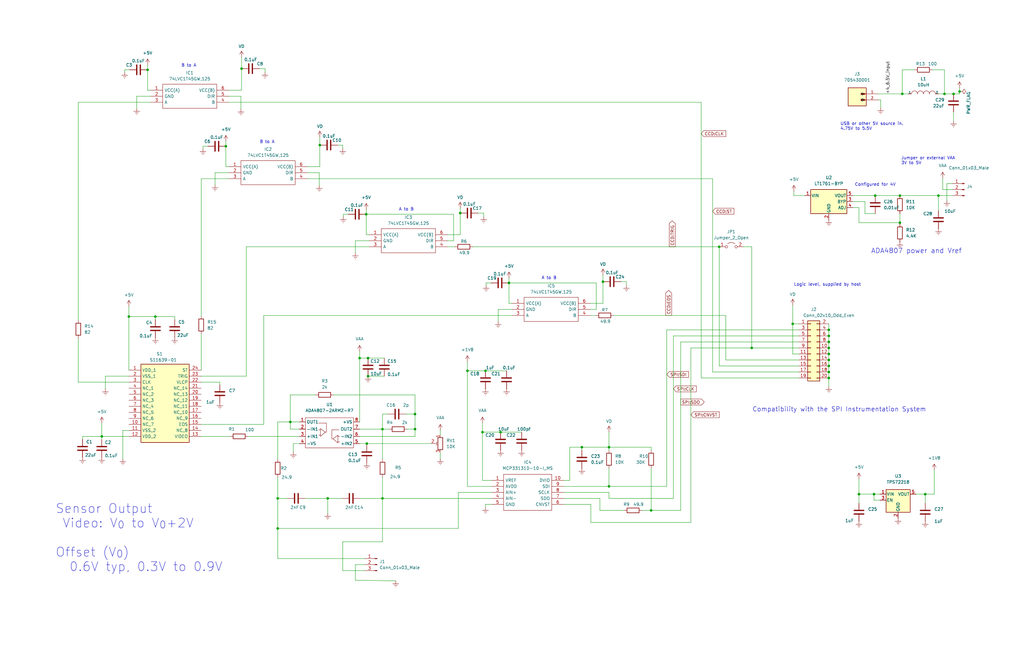
<source format=kicad_sch>
(kicad_sch (version 20211123) (generator eeschema)
  (paper "B")
  (title_block (title "S11639-01 Sensor Board with SPI interface") (date "2024-03-14") (rev "0.2") (company "Mitchell C Nelson, PhD  (C) 2023, 2024"))
  (junction (at 349.504 144.272))
  (junction (at 62.23 29.464))
  (junction (at 256.794 188.722))
  (junction (at 117.094 210.312))
  (junction (at 349.504 154.432))
  (junction (at 161.29 210.312))
  (junction (at 203.454 182.372))
  (junction (at 65.532 133.604))
  (junction (at 349.504 159.512))
  (junction (at 245.364 188.722))
  (junction (at 316.992 146.812))
  (junction (at 155.194 158.75))
  (junction (at 349.504 149.352))
  (junction (at 42.926 184.15))
  (junction (at 369.062 82.55))
  (junction (at 101.854 28.956))
  (junction (at 334.264 136.652))
  (junction (at 154.432 90.424))
  (junction (at 349.504 139.192))
  (junction (at 368.554 208.534))
  (junction (at 214.63 119.38))
  (junction (at 380.492 39.624))
  (junction (at 349.504 141.732))
  (junction (at 204.724 156.464))
  (junction (at 256.794 205.232))
  (junction (at 402.082 39.624))
  (junction (at 211.074 182.372))
  (junction (at 54.356 133.604))
  (junction (at 134.874 61.214))
  (junction (at 175.006 174.752))
  (junction (at 155.194 151.13))
  (junction (at 197.104 156.464))
  (junction (at 379.476 93.98))
  (junction (at 362.204 208.534))
  (junction (at 390.144 208.534))
  (junction (at 404.622 38.608))
  (junction (at 254.254 118.872))
  (junction (at 117.094 223.012))
  (junction (at 398.272 39.624))
  (junction (at 151.638 151.13))
  (junction (at 303.276 104.14))
  (junction (at 349.504 156.972))
  (junction (at 274.574 215.392))
  (junction (at 194.056 89.916))
  (junction (at 349.504 151.892))
  (junction (at 154.686 187.198))
  (junction (at 161.29 181.102))
  (junction (at 175.006 181.102))
  (junction (at 395.732 82.55))
  (junction (at 349.504 146.812))
  (junction (at 379.476 82.55))
  (junction (at 122.428 178.054))
  (junction (at 138.176 210.312))
  (junction (at 95.25 61.722))
  (wire (pts (xy 97.028 184.15) (xy 84.836 184.15)))
  (wire (pts (xy 364.744 85.09) (xy 364.744 90.17)))
  (wire (pts (xy 369.062 82.55) (xy 379.476 82.55)))
  (wire (pts (xy 128.778 210.312) (xy 138.176 210.312)))
  (wire (pts (xy 197.104 156.464) (xy 204.724 156.464)))
  (wire (pts (xy 85.598 62.738) (xy 85.598 61.722)))
  (wire (pts (xy 191.77 104.14) (xy 188.722 104.14)))
  (wire (pts (xy 207.264 212.852) (xy 204.724 212.852)))
  (wire (pts (xy 248.92 130.556) (xy 251.46 130.556)))
  (wire (pts (xy 295.656 43.18) (xy 295.656 159.512)))
  (wire (pts (xy 96.52 43.18) (xy 295.656 43.18)))
  (wire (pts (xy 371.348 45.466) (xy 371.348 42.164)))
  (wire (pts (xy 129.54 72.898) (xy 134.62 72.898)))
  (wire (pts (xy 248.92 128.016) (xy 254.254 128.016)))
  (wire (pts (xy 62.23 27.432) (xy 62.23 29.464)))
  (wire (pts (xy 261.874 118.872) (xy 264.16 118.872)))
  (wire (pts (xy 54.356 129.286) (xy 54.356 133.604)))
  (wire (pts (xy 204.978 119.38) (xy 207.01 119.38)))
  (wire (pts (xy 111.252 133.096) (xy 215.9 133.096)))
  (wire (pts (xy 44.45 164.084) (xy 44.45 158.75)))
  (wire (pts (xy 274.574 188.722) (xy 274.574 189.992)))
  (wire (pts (xy 291.338 146.812) (xy 316.992 146.812)))
  (wire (pts (xy 185.674 193.548) (xy 185.674 191.008)))
  (wire (pts (xy 84.836 75.438) (xy 84.836 133.35)))
  (wire (pts (xy 122.428 166.624) (xy 122.428 178.054)))
  (wire (pts (xy 390.144 208.534) (xy 390.144 212.344)))
  (wire (pts (xy 270.764 215.392) (xy 274.574 215.392)))
  (wire (pts (xy 54.356 161.29) (xy 33.02 161.29)))
  (wire (pts (xy 117.094 178.054) (xy 122.428 178.054)))
  (wire (pts (xy 199.39 104.14) (xy 303.276 104.14)))
  (wire (pts (xy 65.532 133.604) (xy 54.356 133.604)))
  (wire (pts (xy 154.686 187.198) (xy 181.864 187.198)))
  (wire (pts (xy 256.794 197.612) (xy 256.794 205.232)))
  (wire (pts (xy 336.804 149.352) (xy 334.264 149.352)))
  (wire (pts (xy 117.094 193.802) (xy 117.094 178.054)))
  (wire (pts (xy 144.272 210.312) (xy 138.176 210.312)))
  (wire (pts (xy 359.664 87.63) (xy 362.204 87.63)))
  (wire (pts (xy 117.094 223.012) (xy 193.294 223.012)))
  (wire (pts (xy 188.722 99.06) (xy 194.056 99.06)))
  (wire (pts (xy 313.436 104.14) (xy 316.992 104.14)))
  (wire (pts (xy 194.056 87.884) (xy 194.056 89.916)))
  (wire (pts (xy 155.702 101.6) (xy 149.86 101.6)))
  (wire (pts (xy 336.804 136.652) (xy 334.264 136.652)))
  (wire (pts (xy 254.254 118.872) (xy 254.254 128.016)))
  (wire (pts (xy 370.332 39.624) (xy 380.492 39.624)))
  (wire (pts (xy 95.25 59.69) (xy 95.25 61.722)))
  (wire (pts (xy 126.238 184.15) (xy 104.648 184.15)))
  (wire (pts (xy 204.978 120.396) (xy 204.978 119.38)))
  (wire (pts (xy 101.854 24.13) (xy 101.854 28.956)))
  (wire (pts (xy 215.9 130.556) (xy 210.058 130.556)))
  (wire (pts (xy 362.204 208.534) (xy 362.204 212.344)))
  (wire (pts (xy 151.892 210.312) (xy 161.29 210.312)))
  (wire (pts (xy 249.174 220.472) (xy 291.338 220.472)))
  (wire (pts (xy 256.794 188.722) (xy 256.794 189.992)))
  (wire (pts (xy 33.02 142.748) (xy 33.02 161.29)))
  (wire (pts (xy 364.744 90.17) (xy 369.062 90.17)))
  (wire (pts (xy 151.638 148.336) (xy 151.638 151.13)))
  (wire (pts (xy 90.678 72.898) (xy 90.678 77.978)))
  (wire (pts (xy 393.954 198.374) (xy 393.954 208.534)))
  (wire (pts (xy 334.264 149.352) (xy 334.264 136.652)))
  (wire (pts (xy 203.454 182.372) (xy 211.074 182.372)))
  (wire (pts (xy 395.732 39.624) (xy 398.272 39.624)))
  (wire (pts (xy 379.476 93.98) (xy 379.476 94.488)))
  (wire (pts (xy 256.794 188.722) (xy 256.794 182.372)))
  (wire (pts (xy 303.276 154.432) (xy 336.804 154.432)))
  (wire (pts (xy 240.284 202.692) (xy 237.744 202.692)))
  (wire (pts (xy 155.194 158.75) (xy 162.052 158.75)))
  (wire (pts (xy 33.02 43.18) (xy 33.02 135.128)))
  (wire (pts (xy 63.5 40.64) (xy 57.658 40.64)))
  (wire (pts (xy 398.272 29.464) (xy 398.272 39.624)))
  (wire (pts (xy 349.504 159.512) (xy 349.504 163.068)))
  (wire (pts (xy 379.476 82.55) (xy 395.732 82.55)))
  (wire (pts (xy 57.658 40.64) (xy 57.658 45.72)))
  (wire (pts (xy 197.104 205.232) (xy 207.264 205.232)))
  (wire (pts (xy 300.482 156.972) (xy 336.804 156.972)))
  (wire (pts (xy 204.724 156.464) (xy 213.614 156.464)))
  (wire (pts (xy 336.804 141.732) (xy 283.972 141.732)))
  (wire (pts (xy 210.058 130.556) (xy 210.058 135.636)))
  (wire (pts (xy 95.25 70.358) (xy 96.52 70.358)))
  (wire (pts (xy 111.252 133.096) (xy 111.252 179.07)))
  (wire (pts (xy 73.66 133.604) (xy 65.532 133.604)))
  (wire (pts (xy 404.622 37.084) (xy 404.622 38.608)))
  (wire (pts (xy 237.744 212.852) (xy 249.174 212.852)))
  (wire (pts (xy 51.816 193.548) (xy 51.816 181.61)))
  (wire (pts (xy 402.082 39.624) (xy 404.622 39.624)))
  (wire (pts (xy 144.78 91.44) (xy 144.78 90.424)))
  (wire (pts (xy 154.432 90.424) (xy 154.432 99.06)))
  (wire (pts (xy 334.772 80.772) (xy 334.772 82.55)))
  (wire (pts (xy 395.732 82.55) (xy 395.732 88.9)))
  (wire (pts (xy 151.638 181.102) (xy 161.29 181.102)))
  (wire (pts (xy 144.526 228.6) (xy 161.29 228.6)))
  (wire (pts (xy 380.492 39.624) (xy 383.032 39.624)))
  (wire (pts (xy 399.288 77.47) (xy 399.288 84.582)))
  (wire (pts (xy 151.638 151.13) (xy 155.194 151.13)))
  (wire (pts (xy 316.992 104.14) (xy 316.992 146.812)))
  (wire (pts (xy 161.29 174.752) (xy 161.29 181.102)))
  (wire (pts (xy 303.276 104.14) (xy 303.276 154.432)))
  (wire (pts (xy 379.476 90.17) (xy 379.476 93.98)))
  (wire (pts (xy 95.25 61.722) (xy 95.25 70.358)))
  (wire (pts (xy 144.78 90.424) (xy 146.812 90.424)))
  (wire (pts (xy 256.794 210.312) (xy 283.972 210.312)))
  (wire (pts (xy 194.056 89.916) (xy 194.056 99.06)))
  (wire (pts (xy 103.886 104.14) (xy 103.886 158.75)))
  (wire (pts (xy 274.574 215.392) (xy 287.02 215.392)))
  (wire (pts (xy 161.29 181.102) (xy 164.084 181.102)))
  (wire (pts (xy 161.29 228.6) (xy 161.29 210.312)))
  (wire (pts (xy 380.492 29.464) (xy 380.492 39.624)))
  (wire (pts (xy 371.348 42.164) (xy 370.332 42.164)))
  (wire (pts (xy 122.428 181.102) (xy 122.428 178.054)))
  (wire (pts (xy 96.52 75.438) (xy 84.836 75.438)))
  (wire (pts (xy 362.204 208.534) (xy 368.554 208.534)))
  (wire (pts (xy 52.578 30.48) (xy 52.578 29.464)))
  (wire (pts (xy 144.526 61.214) (xy 144.526 62.738)))
  (wire (pts (xy 245.364 188.722) (xy 245.364 189.992)))
  (wire (pts (xy 385.572 29.464) (xy 380.492 29.464)))
  (wire (pts (xy 251.46 119.38) (xy 214.63 119.38)))
  (wire (pts (xy 154.432 88.392) (xy 154.432 90.424)))
  (wire (pts (xy 256.794 207.772) (xy 256.794 210.312)))
  (wire (pts (xy 339.344 82.55) (xy 334.772 82.55)))
  (wire (pts (xy 111.76 28.956) (xy 111.76 30.48)))
  (wire (pts (xy 397.51 75.184) (xy 397.51 80.01)))
  (wire (pts (xy 349.504 146.812) (xy 349.504 149.352)))
  (wire (pts (xy 151.638 187.198) (xy 154.686 187.198)))
  (wire (pts (xy 359.664 82.55) (xy 369.062 82.55)))
  (wire (pts (xy 151.638 184.15) (xy 175.006 184.15)))
  (wire (pts (xy 161.29 201.422) (xy 161.29 210.312)))
  (wire (pts (xy 300.482 75.438) (xy 300.482 156.972)))
  (wire (pts (xy 154.432 99.06) (xy 155.702 99.06)))
  (wire (pts (xy 34.798 184.15) (xy 34.798 185.42)))
  (wire (pts (xy 129.54 70.358) (xy 134.874 70.358)))
  (wire (pts (xy 171.704 181.102) (xy 175.006 181.102)))
  (wire (pts (xy 240.284 188.722) (xy 245.364 188.722)))
  (wire (pts (xy 96.52 40.64) (xy 101.6 40.64)))
  (wire (pts (xy 122.428 178.054) (xy 126.238 178.054)))
  (wire (pts (xy 349.504 136.652) (xy 349.504 139.192)))
  (wire (pts (xy 203.454 202.692) (xy 203.454 182.372)))
  (wire (pts (xy 386.334 208.534) (xy 390.144 208.534)))
  (wire (pts (xy 197.104 156.464) (xy 197.104 205.232)))
  (wire (pts (xy 237.744 207.772) (xy 256.794 207.772)))
  (wire (pts (xy 390.144 208.534) (xy 393.954 208.534)))
  (wire (pts (xy 203.962 89.916) (xy 203.962 91.44)))
  (wire (pts (xy 149.86 244.856) (xy 166.878 245.11)))
  (wire (pts (xy 163.576 174.752) (xy 161.29 174.752)))
  (wire (pts (xy 245.364 188.722) (xy 256.794 188.722)))
  (wire (pts (xy 62.23 29.464) (xy 62.23 38.1)))
  (wire (pts (xy 397.51 80.01) (xy 401.574 80.01)))
  (wire (pts (xy 42.926 178.562) (xy 42.926 184.15)))
  (wire (pts (xy 138.176 210.312) (xy 138.176 216.662)))
  (wire (pts (xy 101.854 28.956) (xy 101.854 38.1)))
  (wire (pts (xy 144.526 240.792) (xy 144.526 228.6)))
  (wire (pts (xy 193.294 207.772) (xy 207.264 207.772)))
  (wire (pts (xy 84.836 179.07) (xy 111.252 179.07)))
  (wire (pts (xy 393.192 29.464) (xy 398.272 29.464)))
  (wire (pts (xy 349.504 151.892) (xy 349.504 154.432)))
  (wire (pts (xy 258.826 133.096) (xy 306.07 133.096)))
  (wire (pts (xy 295.656 159.512) (xy 336.804 159.512)))
  (wire (pts (xy 188.722 101.6) (xy 191.262 101.6)))
  (wire (pts (xy 256.794 188.722) (xy 274.574 188.722)))
  (wire (pts (xy 237.744 205.232) (xy 256.794 205.232)))
  (wire (pts (xy 153.924 238.252) (xy 149.86 238.252)))
  (wire (pts (xy 306.07 151.892) (xy 336.804 151.892)))
  (wire (pts (xy 161.29 181.102) (xy 161.29 193.802)))
  (wire (pts (xy 197.104 152.654) (xy 197.104 156.464)))
  (wire (pts (xy 274.574 197.612) (xy 274.574 215.392)))
  (wire (pts (xy 84.836 161.29) (xy 92.71 161.29)))
  (wire (pts (xy 153.924 235.712) (xy 117.094 235.712)))
  (wire (pts (xy 109.474 28.956) (xy 111.76 28.956)))
  (wire (pts (xy 52.578 29.464) (xy 54.61 29.464)))
  (wire (pts (xy 171.196 174.752) (xy 175.006 174.752)))
  (wire (pts (xy 117.094 201.422) (xy 117.094 210.312)))
  (wire (pts (xy 306.07 133.096) (xy 306.07 151.892)))
  (wire (pts (xy 191.262 90.424) (xy 154.432 90.424)))
  (wire (pts (xy 117.094 235.712) (xy 117.094 223.012)))
  (wire (pts (xy 96.52 38.1) (xy 101.854 38.1)))
  (wire (pts (xy 251.46 130.556) (xy 251.46 119.38)))
  (wire (pts (xy 161.29 210.312) (xy 207.264 210.312)))
  (wire (pts (xy 287.02 144.272) (xy 287.02 215.392)))
  (wire (pts (xy 54.356 133.604) (xy 54.356 156.21)))
  (wire (pts (xy 34.798 184.15) (xy 42.926 184.15)))
  (wire (pts (xy 291.338 146.812) (xy 291.338 220.472)))
  (wire (pts (xy 214.63 117.348) (xy 214.63 119.38)))
  (wire (pts (xy 240.284 188.722) (xy 240.284 202.692)))
  (wire (pts (xy 149.86 101.6) (xy 149.86 106.68)))
  (wire (pts (xy 191.262 101.6) (xy 191.262 90.424)))
  (wire (pts (xy 149.86 238.252) (xy 149.86 244.856)))
  (wire (pts (xy 283.972 141.732) (xy 283.972 210.312)))
  (wire (pts (xy 316.992 146.812) (xy 336.804 146.812)))
  (wire (pts (xy 249.174 212.852) (xy 249.174 220.472)))
  (wire (pts (xy 368.554 211.074) (xy 368.554 208.534)))
  (wire (pts (xy 154.686 187.198) (xy 154.686 187.706)))
  (wire (pts (xy 204.724 212.852) (xy 204.724 214.122)))
  (wire (pts (xy 349.504 149.352) (xy 349.504 151.892)))
  (wire (pts (xy 281.178 139.192) (xy 281.178 205.232)))
  (wire (pts (xy 281.178 139.192) (xy 336.804 139.192)))
  (wire (pts (xy 349.504 144.272) (xy 349.504 146.812)))
  (wire (pts (xy 334.264 128.778) (xy 334.264 136.652)))
  (wire (pts (xy 126.238 181.102) (xy 122.428 181.102)))
  (wire (pts (xy 65.532 133.604) (xy 65.532 134.874)))
  (wire (pts (xy 96.52 72.898) (xy 90.678 72.898)))
  (wire (pts (xy 142.494 61.214) (xy 144.526 61.214)))
  (wire (pts (xy 42.926 184.15) (xy 42.926 185.42)))
  (wire (pts (xy 84.836 140.97) (xy 84.836 156.21)))
  (wire (pts (xy 129.54 75.438) (xy 300.482 75.438)))
  (wire (pts (xy 362.204 93.98) (xy 379.476 93.98)))
  (wire (pts (xy 214.63 128.016) (xy 215.9 128.016)))
  (wire (pts (xy 153.924 240.792) (xy 144.526 240.792)))
  (wire (pts (xy 101.6 40.64) (xy 101.6 45.974)))
  (wire (pts (xy 42.926 184.15) (xy 54.356 184.15)))
  (wire (pts (xy 92.71 161.29) (xy 92.71 162.306)))
  (wire (pts (xy 175.006 166.624) (xy 175.006 174.752)))
  (wire (pts (xy 201.676 89.916) (xy 203.962 89.916)))
  (wire (pts (xy 256.794 205.232) (xy 281.178 205.232)))
  (wire (pts (xy 51.816 181.61) (xy 54.356 181.61)))
  (wire (pts (xy 134.874 57.912) (xy 134.874 61.214)))
  (wire (pts (xy 84.836 158.75) (xy 103.886 158.75)))
  (wire (pts (xy 336.804 144.272) (xy 287.02 144.272)))
  (wire (pts (xy 252.984 210.312) (xy 252.984 215.392)))
  (wire (pts (xy 404.622 38.608) (xy 404.622 39.624)))
  (wire (pts (xy 207.264 202.692) (xy 203.454 202.692)))
  (wire (pts (xy 395.732 82.55) (xy 401.574 82.55)))
  (wire (pts (xy 123.698 187.198) (xy 126.238 187.198)))
  (wire (pts (xy 151.638 151.13) (xy 151.638 178.054)))
  (wire (pts (xy 133.096 166.624) (xy 122.428 166.624)))
  (wire (pts (xy 85.598 61.722) (xy 87.63 61.722)))
  (wire (pts (xy 368.554 208.534) (xy 371.094 208.534)))
  (wire (pts (xy 155.702 104.14) (xy 103.886 104.14)))
  (wire (pts (xy 155.194 151.13) (xy 162.052 151.13)))
  (wire (pts (xy 349.504 156.972) (xy 349.504 159.512)))
  (wire (pts (xy 398.272 39.624) (xy 402.082 39.624)))
  (wire (pts (xy 401.574 77.47) (xy 399.288 77.47)))
  (wire (pts (xy 134.62 72.898) (xy 134.62 78.232)))
  (wire (pts (xy 123.698 190.754) (xy 123.698 187.198)))
  (wire (pts (xy 371.094 211.074) (xy 368.554 211.074)))
  (wire (pts (xy 362.204 202.184) (xy 362.204 208.534)))
  (wire (pts (xy 349.504 141.732) (xy 349.504 144.272)))
  (wire (pts (xy 185.674 181.61) (xy 185.674 183.388)))
  (wire (pts (xy 117.094 210.312) (xy 121.158 210.312)))
  (wire (pts (xy 214.63 119.38) (xy 214.63 128.016)))
  (wire (pts (xy 362.204 87.63) (xy 362.204 93.98)))
  (wire (pts (xy 251.206 133.096) (xy 248.92 133.096)))
  (wire (pts (xy 175.006 181.102) (xy 175.006 184.15)))
  (wire (pts (xy 264.16 118.872) (xy 264.16 120.396)))
  (wire (pts (xy 140.716 166.624) (xy 175.006 166.624)))
  (wire (pts (xy 252.984 215.392) (xy 263.144 215.392)))
  (wire (pts (xy 117.094 210.312) (xy 117.094 223.012)))
  (wire (pts (xy 402.082 47.244) (xy 402.082 51.054)))
  (wire (pts (xy 203.454 178.562) (xy 203.454 182.372)))
  (wire (pts (xy 73.66 133.604) (xy 73.66 134.874)))
  (wire (pts (xy 254.254 116.078) (xy 254.254 118.872)))
  (wire (pts (xy 63.5 43.18) (xy 33.02 43.18)))
  (wire (pts (xy 349.504 139.192) (xy 349.504 141.732)))
  (wire (pts (xy 211.074 182.372) (xy 219.964 182.372)))
  (wire (pts (xy 237.744 210.312) (xy 252.984 210.312)))
  (wire (pts (xy 134.874 61.214) (xy 134.874 70.358)))
  (wire (pts (xy 62.23 38.1) (xy 63.5 38.1)))
  (wire (pts (xy 44.45 158.75) (xy 54.356 158.75)))
  (wire (pts (xy 349.504 154.432) (xy 349.504 156.972)))
  (wire (pts (xy 175.006 174.752) (xy 175.006 181.102)))
  (wire (pts (xy 193.294 207.772) (xy 193.294 223.012)))
  (wire (pts (xy 359.664 85.09) (xy 364.744 85.09)))
  (text "B to A" (at 76.454 28.448 0) (effects (font (size 1.27 1.27)) (justify left bottom)))
  (text "USB or other 5V source in.\n4.75V to 5.5V" (at 354.33 55.118 0) (effects (font (size 1.27 1.27)) (justify left bottom)))
  (text "A to B" (at 168.148 89.154 0) (effects (font (size 1.27 1.27)) (justify left bottom)))
  (text "Compatibility with the SPI Instrumentation System" (at 317.246 173.99 0) (effects (font (size 1.905 1.905)) (justify left bottom)))
  (text "A to B" (at 228.346 118.11 0) (effects (font (size 1.27 1.27)) (justify left bottom)))
  (text "Logic level, supplied by host" (at 334.772 120.904 0) (effects (font (size 1.27 1.27)) (justify left bottom)))
  (text "Jumper or external VAA\n3V to 5V" (at 379.984 69.596 0) (effects (font (size 1.27 1.27)) (justify left bottom)))
  (text "B to A" (at 109.474 60.706 0) (effects (font (size 1.27 1.27)) (justify left bottom)))
  (text "Configured for 4V" (at 360.426 78.74 0) (effects (font (size 1.27 1.27)) (justify left bottom)))
  (text "ADA4807 power and Vref" (at 367.284 107.188 0) (effects (font (size 2.032 2.032)) (justify left bottom)))
  (text "Sensor Output\n Video: V_{0} to V_{0}+2V\n\nOffset (V_{0})\n  0.6V typ, 0.3V to 0.9V\n" (at 23.368 241.554 0) (effects (font (size 3.81 3.81)) (justify left bottom)))
  (label "+4_6.5V_input" (at 375.412 39.624 90))
  (global_label "CCD:CLK" (shape input) (at 295.656 56.388 0) (property "Intersheet References" "${INTERSHEET_REFS}" (effects hide)))
  (global_label "SPI:SDO" (shape output) (at 287.02 169.672 0) (property "Intersheet References" "${INTERSHEET_REFS}" (effects hide)))
  (global_label "CCD:ST" (shape input) (at 300.482 89.154 0) (property "Intersheet References" "${INTERSHEET_REFS}" (effects hide)))
  (global_label "CCD:EOS" (shape output) (at 281.94 133.096 90) (property "Intersheet References" "${INTERSHEET_REFS}" (effects hide)))
  (global_label "SPI:CLK" (shape input) (at 283.972 164.084 0) (property "Intersheet References" "${INTERSHEET_REFS}" (effects hide)))
  (global_label "CCD:TRIG" (shape output) (at 283.464 104.14 90) (property "Intersheet References" "${INTERSHEET_REFS}" (effects hide)))
  (global_label "SPI:CNVST" (shape input) (at 291.338 175.006 0) (property "Intersheet References" "${INTERSHEET_REFS}" (effects hide)))
  (global_label "SPI:SDI" (shape input) (at 281.178 157.988 0) (property "Intersheet References" "${INTERSHEET_REFS}" (effects hide)))
  (symbol (lib_id "Device:C") (at 148.082 210.312 270) (unit 1)
    (property "Reference" "C14" (at 149.3521 214.122 90) (effects (justify left)))
    (property "Value" "2nF" (at 145.542 214.122 90) (effects (justify left)))
    (property "Footprint" "Capacitor_SMD:C_0603_1608Metric" (effects hide))
    (property "Digikey" "311-1743-1-ND" (effects hide))
    (property "Description" "CAP CER 2000PF 50V C0G/NPO 0603" (effects hide))
  )
  (symbol (lib_id "power:Earth") (at 44.45 164.084 0) (mirror y) (unit 1)
    (property "Reference" "#PWR04" (effects hide))
    (property "Value" "Earth" (effects hide))
  )
  (symbol (lib_id "power:Earth") (at 90.678 77.978 0) (unit 1)
    (property "Reference" "#PWR013" (effects hide))
    (property "Value" "Earth" (effects hide))
  )
  (symbol (lib_id "power:Earth") (at 57.658 45.72 0) (unit 1)
    (property "Reference" "#PWR08" (effects hide))
    (property "Value" "Earth" (effects hide))
  )
  (symbol (lib_id "power:VAA") (at 185.674 181.61 0) (unit 1)
    (property "Reference" "#PWR031" (effects hide))
    (property "Value" "VAA" (at 185.674 176.276 0))
  )
  (symbol (lib_id "Device:R") (at 161.29 197.612 0) (unit 1)
    (property "Reference" "R5" (at 167.894 197.358 0))
    (property "Value" "24.9" (at 166.624 201.168 0))
    (property "Footprint" "Resistor_SMD:R_0603_1608Metric" (effects hide))
    (property "Description" "RES 24.9 OHM 1% 1/8W 0603" (effects hide))
    (property "Digikey" "2019-RK73H1JTTD24R9FCT-ND" (effects hide))
  )
  (symbol (lib_id "power:Earth") (at 101.6 45.974 0) (unit 1)
    (property "Reference" "#PWR016" (effects hide))
    (property "Value" "Earth" (effects hide))
  )
  (symbol (lib_id "Device:R") (at 266.954 215.392 90) (unit 1)
    (property "Reference" "R9" (at 264.16 212.852 90))
    (property "Value" "49.9" (at 269.24 212.852 90))
    (property "Footprint" "Resistor_SMD:R_0603_1608Metric" (effects hide))
    (property "Description" "RES 49.9 OHM 1% 1/10W 0603" (effects hide))
    (property "Digikey" "RMCF0603FT49R9CT-ND" (effects hide))
  )
  (symbol (lib_id "Device:C") (at 213.614 160.274 0) (mirror y) (unit 1)
    (property "Reference" "C21" (at 211.074 157.734 0) (effects (justify left)))
    (property "Value" "0.1uF" (at 217.424 155.194 0) (effects (justify left)))
    (property "Footprint" "Capacitor_SMD:C_0603_1608Metric" (effects hide))
    (property "Digikey" "445-5666-1-ND" (effects hide))
    (property "Description" "CAP CER 0.1UF 50V X7R 0603" (effects hide))
  )
  (symbol (lib_id "power:+5V") (at 95.25 59.69 0) (mirror y) (unit 1)
    (property "Reference" "#PWR015" (effects hide))
    (property "Value" "+5V" (at 95.25 54.61 0))
  )
  (symbol (lib_id "power:+1V8") (at 393.954 198.374 0) (unit 1)
    (property "Reference" "#PWR059" (effects hide))
    (property "Value" "+1V8" (at 393.954 193.294 0))
  )
  (symbol (lib_id "power:Earth") (at 51.816 193.548 0) (mirror y) (unit 1)
    (property "Reference" "#PWR05" (effects hide))
    (property "Value" "Earth" (effects hide))
  )
  (symbol (lib_id "power:Earth") (at 245.364 197.612 0) (unit 1)
    (property "Reference" "#PWR045" (effects hide))
    (property "Value" "Earth" (effects hide))
  )
  (symbol (lib_id "Regulator_Linear:LT1761-BYP") (at 349.504 85.09 0) (unit 1)
    (property "Reference" "U2" (at 349.504 74.93 0))
    (property "Value" "LT1761-BYP" (at 349.504 77.47 0))
    (property "Footprint" "Package_TO_SOT_SMD:TSOT-23-5" (effects hide))
    (property "Datasheet" "https://www.analog.com/media/en/technical-documentation/data-sheets/1761sff.pdf" (effects hide))
    (property "Digikey" "505-LT1761ES5-BYP#TRMPBFCT-ND" (effects hide))
    (property "Desciption" "IC REG LIN POS ADJ 100MA TSOT23" (effects hide))
  )
  (symbol (lib_id "power:Earth") (at 362.204 219.964 0) (mirror y) (unit 1)
    (property "Reference" "#PWR054" (effects hide))
    (property "Value" "Earth" (effects hide))
  )
  (symbol (lib_id "Device:R") (at 274.574 193.802 0) (unit 1)
    (property "Reference" "R10" (at 269.494 192.532 0) (effects (justify left)))
    (property "Value" "30K" (at 268.224 195.072 0) (effects (justify left)))
    (property "Footprint" "Resistor_SMD:R_0603_1608Metric" (effects hide))
    (property "Description" "RES 30K OHM 1% 1/10W 0603" (effects hide))
    (property "Digikey" "311-30.0KHRCT-ND" (effects hide))
  )
  (symbol (lib_id "power:Earth") (at 204.724 214.122 0) (mirror y) (unit 1)
    (property "Reference" "#PWR038" (effects hide))
    (property "Value" "Earth" (effects hide))
  )
  (symbol (lib_id "S11639-01:S11639-01") (at 54.356 156.21 0) (unit 1)
    (property "Reference" "S1" (at 67.31 149.352 0))
    (property "Value" "S11639-01" (at 68.834 151.892 0))
    (property "Footprint" "Package_DIP:DIP-24_W10.16mm_Socket" (effects hide))
    (property "Manufacturer_Name" "Hamamatsu" (effects hide))
    (property "Manufacturer_Part_Number" "S11639-01" (effects hide))
    (property "Accessory Part" "ED3424-ND" (effects hide))
  )
  (symbol (lib_id "power:+5V") (at 154.432 88.392 0) (mirror y) (unit 1)
    (property "Reference" "#PWR027" (effects hide))
    (property "Value" "+5V" (at 154.432 83.312 0))
  )
  (symbol (lib_id "power:VAA") (at 203.454 178.562 0) (unit 1)
    (property "Reference" "#PWR035" (effects hide))
    (property "Value" "VAA" (at 203.454 173.228 0))
  )
  (symbol (lib_id "Device:C") (at 210.82 119.38 270) (mirror x) (unit 1)
    (property "Reference" "C19" (at 205.486 117.348 90) (effects (justify left)))
    (property "Value" "0.1uF" (at 208.026 115.57 90) (effects (justify left)))
    (property "Footprint" "Capacitor_SMD:C_0603_1608Metric" (effects hide))
    (property "Digikey" "445-5666-1-ND" (effects hide))
    (property "Description" "CAP CER 0.1UF 50V X7R 0603" (effects hide))
  )
  (symbol (lib_id "power:Earth") (at 204.978 120.396 0) (unit 1)
    (property "Reference" "#PWR039" (effects hide))
    (property "Value" "Earth" (effects hide))
  )
  (symbol (lib_id "Device:C") (at 395.732 92.71 0) (mirror y) (unit 1)
    (property "Reference" "C28" (at 393.192 90.17 0) (effects (justify left)))
    (property "Value" "10uF" (at 403.098 89.154 0) (effects (justify left)))
    (property "Footprint" "Capacitor_SMD:C_0603_1608Metric" (effects hide))
    (property "Digikey" "490-18214-1-ND" (effects hide))
    (property "Description" "CAP CER 10UF 25V X5R 0603" (effects hide))
  )
  (symbol (lib_id "power:+5V") (at 42.926 178.562 0) (unit 1)
    (property "Reference" "#PWR02" (effects hide))
    (property "Value" "+5V" (at 42.926 173.736 0))
  )
  (symbol (lib_id "power:Earth") (at 379.476 102.108 0) (mirror y) (unit 1)
    (property "Reference" "#PWR057" (effects hide))
    (property "Value" "Earth" (effects hide))
  )
  (symbol (lib_id "power:Earth") (at 123.698 190.754 0) (mirror y) (unit 1)
    (property "Reference" "#PWR019" (effects hide))
    (property "Value" "Earth" (effects hide))
  )
  (symbol (lib_id "power:Earth") (at 166.878 245.11 0) (mirror y) (unit 1)
    (property "Reference" "#PWR030" (effects hide))
    (property "Value" "Earth" (effects hide))
  )
  (symbol (lib_id "Device:R") (at 136.906 166.624 90) (unit 1)
    (property "Reference" "R3" (at 136.906 160.782 90))
    (property "Value" "2k" (at 136.906 163.322 90))
    (property "Footprint" "Resistor_SMD:R_0603_1608Metric" (effects hide))
    (property "Description" "RES SMD 2K OHM 0.1% 1/10W 0603" (effects hide))
    (property "Digikey" "P2.0KDBCT-ND" (effects hide))
  )
  (symbol (lib_id "power:Earth") (at 52.578 30.48 0) (unit 1)
    (property "Reference" "#PWR06" (effects hide))
    (property "Value" "Earth" (effects hide))
  )
  (symbol (lib_id "Device:R") (at 255.016 133.096 90) (unit 1)
    (property "Reference" "R7" (at 255.016 130.81 90))
    (property "Value" "49.9" (at 255.27 135.636 90))
    (property "Footprint" "Resistor_SMD:R_0603_1608Metric" (effects hide))
    (property "Description" "RES 49.9 OHM 1% 1/10W 0603" (effects hide))
    (property "Digikey" "RMCF0603FT49R9CT-ND" (effects hide))
  )
  (symbol (lib_id "power:+5V") (at 214.63 117.348 0) (mirror y) (unit 1)
    (property "Reference" "#PWR043" (effects hide))
    (property "Value" "+5V" (at 214.63 112.268 0))
  )
  (symbol (lib_id "power:VD") (at 334.264 128.778 0) (unit 1)
    (property "Reference" "#PWR049" (effects hide))
    (property "Value" "VD" (at 334.264 124.206 0))
  )
  (symbol (lib_id "Connector_Generic:Conn_02x10_Odd_Even") (at 341.884 146.812 0) (unit 1)
    (property "Reference" "J2" (at 343.154 130.556 0))
    (property "Value" "Conn_02x10_Odd_Even" (at 349.504 133.096 0))
    (property "Footprint" "Connector_PinHeader_2.54mm:PinHeader_2x10_P2.54mm_Vertical" (effects hide))
    (property "Digikey" "3M156308-20-ND" (effects hide))
    (property "Description" "CONN HEADER VERT 20POS 2.54MM" (effects hide))
  )
  (symbol (lib_id "power:Earth") (at 203.962 91.44 0) (mirror y) (unit 1)
    (property "Reference" "#PWR036" (effects hide))
    (property "Value" "Earth" (effects hide))
  )
  (symbol (lib_id "power:+5V") (at 54.356 129.286 0) (unit 1)
    (property "Reference" "#PWR07" (effects hide))
    (property "Value" "+5V" (at 54.356 124.46 0))
  )
  (symbol (lib_id "Connector:Conn_01x03_Male") (at 159.004 238.252 0) (mirror y) (unit 1)
    (property "Reference" "J1" (at 160.02 236.9819 0) (effects (justify right)))
    (property "Value" "Conn_01x03_Male" (at 160.02 239.5219 0) (effects (justify right)))
    (property "Footprint" "Connector_PinHeader_2.54mm:PinHeader_1x03_P2.54mm_Vertical" (effects hide))
    (property "Digikey" "3M156268-03-ND" (effects hide))
    (property "Description" "CONN HEADER VERT 3POS 2.54MM" (effects hide))
    (property "Accessory Part" "SAM10725-ND" (effects hide))
  )
  (symbol (lib_id "Device:C") (at 65.532 138.684 0) (mirror y) (unit 1)
    (property "Reference" "C4" (at 64.262 136.144 0) (effects (justify left)))
    (property "Value" "0.1uF" (at 64.262 141.732 0) (effects (justify left)))
    (property "Footprint" "Capacitor_SMD:C_0603_1608Metric" (effects hide))
    (property "Digikey" "445-5666-1-ND" (effects hide))
    (property "Description" "CAP CER 0.1UF 50V X7R 0603" (effects hide))
  )
  (symbol (lib_id "power:Earth") (at 42.926 193.04 0) (mirror y) (unit 1)
    (property "Reference" "#PWR03" (effects hide))
    (property "Value" "Earth" (effects hide))
  )
  (symbol (lib_id "74LVC1T45GW_125:74LVC1T45GW,125") (at 155.702 99.06 0) (unit 1)
    (property "Reference" "IC3" (at 172.212 91.694 0))
    (property "Value" "74LVC1T45GW,125" (at 172.212 94.234 0))
    (property "Footprint" "74VLC1T45GW_125:SOT65P210X110-6N" (effects hide))
    (property "Datasheet" "https://assets.nexperia.com/documents/data-sheet/74LVC_LVCH1T45.pdf" (effects hide))
    (property "Description" "74LVC1T45; 74LVCH1T45 - Dual supply translating transceiver; 3-state@en-us" (effects hide))
    (property "Height" "1.1" (effects hide))
    (property "Manufacturer_Name" "Nexperia" (effects hide))
    (property "Manufacturer_Part_Number" "74LVC1T45GW,125" (effects hide))
    (property "Digikey" "1727-4560-1-ND" (effects hide))
  )
  (symbol (lib_id "power:Earth") (at 34.798 193.04 0) (mirror y) (unit 1)
    (property "Reference" "#PWR01" (effects hide))
    (property "Value" "Earth" (effects hide))
  )
  (symbol (lib_id "Device:R") (at 117.094 197.612 0) (unit 1)
    (property "Reference" "R2" (at 119.634 197.612 0))
    (property "Value" "24.9" (at 120.904 201.422 0))
    (property "Footprint" "Resistor_SMD:R_0603_1608Metric" (effects hide))
    (property "Description" "RES 24.9 OHM 1% 1/8W 0603" (effects hide))
    (property "Digikey" "2019-RK73H1JTTD24R9FCT-ND" (effects hide))
  )
  (symbol (lib_id "705430001:705430001") (at 365.252 39.624 0) (mirror y) (unit 1)
    (property "Reference" "J3" (at 361.442 31.242 0))
    (property "Value" "705430001" (at 361.442 33.782 0))
    (property "Footprint" "MOLEX_705430001" (effects hide))
    (property "PARTREV" "M1" (effects hide))
    (property "STANDARD" "Manufacturer Recommendations" (effects hide))
    (property "MAXIMUM_PACKAGE_HEIGHT" "11.81 mm" (effects hide))
    (property "MANUFACTURER" "Molex" (effects hide))
    (property "Description" "CONN HEADER VERT 2POS 2.54MM" (effects hide))
    (property "Digikey" "WM4800-ND" (effects hide))
    (property "Manufacturer Part number" "0705430001" (effects hide))
  )
  (symbol (lib_id "power:Earth") (at 371.348 45.466 0) (unit 1)
    (property "Reference" "#PWR055" (effects hide))
    (property "Value" "Earth" (effects hide))
  )
  (symbol (lib_id "Device:R") (at 167.894 181.102 90) (unit 1)
    (property "Reference" "R4" (at 164.338 178.308 90))
    (property "Value" "2k" (at 170.688 178.308 90))
    (property "Footprint" "Resistor_SMD:R_0603_1608Metric" (effects hide))
    (property "Description" "RES SMD 2K OHM 0.1% 1/10W 0603" (effects hide))
    (property "Digikey" "P2.0KDBCT-ND" (effects hide))
  )
  (symbol (lib_id "power:Earth") (at 390.144 219.964 0) (mirror y) (unit 1)
    (property "Reference" "#PWR058" (effects hide))
    (property "Value" "Earth" (effects hide))
  )
  (symbol (lib_id "power:Earth") (at 65.532 142.494 0) (unit 1)
    (property "Reference" "#PWR010" (effects hide))
    (property "Value" "Earth" (effects hide))
  )
  (symbol (lib_id "Device:C") (at 150.622 90.424 270) (mirror x) (unit 1)
    (property "Reference" "C11" (at 145.288 88.392 90) (effects (justify left)))
    (property "Value" "0.1uF" (at 147.828 86.614 90) (effects (justify left)))
    (property "Footprint" "Capacitor_SMD:C_0603_1608Metric" (effects hide))
    (property "Digikey" "445-5666-1-ND" (effects hide))
    (property "Description" "CAP CER 0.1UF 50V X7R 0603" (effects hide))
  )
  (symbol (lib_id "power:Earth") (at 154.686 195.326 0) (mirror y) (unit 1)
    (property "Reference" "#PWR029" (effects hide))
    (property "Value" "Earth" (effects hide))
  )
  (symbol (lib_id "power:Earth") (at 73.66 142.494 0) (unit 1)
    (property "Reference" "#PWR011" (effects hide))
    (property "Value" "Earth" (effects hide))
  )
  (symbol (lib_id "Device:R") (at 195.58 104.14 90) (unit 1)
    (property "Reference" "R6" (at 195.58 101.854 90))
    (property "Value" "49.9" (at 195.834 106.68 90))
    (property "Footprint" "Resistor_SMD:R_0603_1608Metric" (effects hide))
    (property "Description" "RES 49.9 OHM 1% 1/10W 0603" (effects hide))
    (property "Digikey" "RMCF0603FT49R9CT-ND" (effects hide))
  )
  (symbol (lib_id "power:PWR_FLAG") (at 404.622 38.608 270) (unit 1)
    (property "Reference" "#FLG01" (effects hide))
    (property "Value" "PWR_FLAG" (at 408.432 38.6079 0) (effects (justify left)))
  )
  (symbol (lib_id "power:VAA") (at 397.51 75.184 0) (unit 1)
    (property "Reference" "#PWR061" (effects hide))
    (property "Value" "VAA" (at 397.51 69.85 0))
  )
  (symbol (lib_id "power:VD") (at 194.056 87.884 0) (unit 1)
    (property "Reference" "#PWR033" (effects hide))
    (property "Value" "VD" (at 194.056 83.312 0))
  )
  (symbol (lib_id "Device:R") (at 389.382 29.464 90) (unit 1)
    (property "Reference" "R13" (at 388.112 26.924 90))
    (property "Value" "100" (at 393.192 26.924 90))
    (property "Footprint" "Resistor_SMD:R_0603_1608Metric" (effects hide))
    (property "Description" "RES 100 OHM 1% 1/8W 0603" (effects hide))
    (property "Digikey" "RNCP0603FTD100RCT-ND" (effects hide))
  )
  (symbol (lib_id "Device:C") (at 34.798 189.23 0) (unit 1)
    (property "Reference" "C1" (at 36.322 186.436 0) (effects (justify left)))
    (property "Value" "22uF" (at 35.814 192.024 0) (effects (justify left)))
    (property "Footprint" "Capacitor_SMD:C_0805_2012Metric" (effects hide))
    (property "Digikey" "311-1903-1-ND" (effects hide))
    (property "Description" "CAP CER 22UF 25V X5R 0805" (effects hide))
  )
  (symbol (lib_id "power:Earth") (at 264.16 120.396 0) (mirror y) (unit 1)
    (property "Reference" "#PWR048" (effects hide))
    (property "Value" "Earth" (effects hide))
  )
  (symbol (lib_id "power:Earth") (at 402.082 51.054 0) (mirror y) (unit 1)
    (property "Reference" "#PWR063" (effects hide))
    (property "Value" "Earth" (effects hide))
  )
  (symbol (lib_id "power:Earth") (at 138.176 216.662 0) (mirror y) (unit 1)
    (property "Reference" "#PWR024" (effects hide))
    (property "Value" "Earth" (effects hide))
  )
  (symbol (lib_id "power:Earth") (at 213.614 164.084 0) (mirror y) (unit 1)
    (property "Reference" "#PWR042" (effects hide))
    (property "Value" "Earth" (effects hide))
  )
  (symbol (lib_id "Device:R") (at 100.838 184.15 90) (unit 1)
    (property "Reference" "R1" (at 99.06 181.102 90) (effects (justify left)))
    (property "Value" "100" (at 107.188 181.356 90) (effects (justify left)))
    (property "Footprint" "Resistor_SMD:R_0603_1608Metric" (effects hide))
    (property "Description" "RES 100 OHM 1% 1/8W 0603" (effects hide))
    (property "Digikey" "RNCP0603FTD100RCT-ND" (effects hide))
  )
  (symbol (lib_id "Device:C") (at 167.386 174.752 90) (unit 1)
    (property "Reference" "C16" (at 164.846 170.942 90))
    (property "Value" "2p" (at 171.196 170.942 90))
    (property "Footprint" "Capacitor_SMD:C_0603_1608Metric" (effects hide))
    (property "Description" "CAP CER 2PF 50V C0G/NPO 0603" (effects hide))
    (property "Digikey" "311-3827-1-ND" (effects hide))
  )
  (symbol (lib_id "Device:C") (at 362.204 216.154 0) (unit 1)
    (property "Reference" "C25" (at 366.014 214.8839 0) (effects (justify left)))
    (property "Value" "1uF" (at 356.362 219.71 0) (effects (justify left)))
    (property "Footprint" "Capacitor_SMD:C_0603_1608Metric" (effects hide))
    (property "Digikey" "490-10673-1-ND" (effects hide))
    (property "Description" "CAP CER 1UF 25V X7R 0603" (effects hide))
  )
  (symbol (lib_id "power:Earth") (at 155.194 158.75 0) (mirror y) (unit 1)
    (property "Reference" "#PWR028" (effects hide))
    (property "Value" "Earth" (effects hide))
  )
  (symbol (lib_id "74LVC1T45GW_125:74LVC1T45GW,125") (at 96.52 70.358 0) (unit 1)
    (property "Reference" "IC2" (at 113.03 62.992 0))
    (property "Value" "74LVC1T45GW,125" (at 113.03 65.532 0))
    (property "Footprint" "74VLC1T45GW_125:SOT65P210X110-6N" (effects hide))
    (property "Datasheet" "https://assets.nexperia.com/documents/data-sheet/74LVC_LVCH1T45.pdf" (effects hide))
    (property "Description" "74LVC1T45; 74LVCH1T45 - Dual supply translating transceiver; 3-state@en-us" (effects hide))
    (property "Height" "1.1" (effects hide))
    (property "Manufacturer_Name" "Nexperia" (effects hide))
    (property "Manufacturer_Part_Number" "74LVC1T45GW,125" (effects hide))
    (property "Digikey" "1727-4560-1-ND" (effects hide))
  )
  (symbol (lib_id "Device:R_Potentiometer_Trim") (at 185.674 187.198 0) (mirror y) (unit 1)
    (property "Reference" "RV1" (at 188.214 185.9279 0) (effects (justify right)))
    (property "Value" "10K" (at 188.214 188.4679 0) (effects (justify right)))
    (property "Footprint" "BournsTrimPot_3296W-1-502LF:TRIM_3296W-1-502LF" (effects hide))
    (property "Description" "TRIMMER 10K OHM 0.5W PC PIN TOP" (effects hide))
    (property "Digikey" "3296W-103LF-ND" (effects hide))
  )
  (symbol (lib_id "Device:C") (at 211.074 186.182 0) (mirror y) (unit 1)
    (property "Reference" "C20" (at 208.534 183.642 0) (effects (justify left)))
    (property "Value" "10uF" (at 214.884 181.102 0) (effects (justify left)))
    (property "Footprint" "Capacitor_SMD:C_0603_1608Metric" (effects hide))
    (property "Digikey" "490-18214-1-ND" (effects hide))
    (property "Description" "CAP CER 10UF 25V X5R 0603" (effects hide))
  )
  (symbol (lib_id "power:+5V") (at 362.204 202.184 0) (mirror y) (unit 1)
    (property "Reference" "#PWR053" (effects hide))
    (property "Value" "+5V" (at 362.204 197.104 0))
  )
  (symbol (lib_id "Regulator_Linear:TPS72218") (at 378.714 211.074 0) (unit 1)
    (property "Reference" "U3" (at 378.714 200.914 0))
    (property "Value" "TPS72218" (at 378.714 203.454 0))
    (property "Footprint" "Package_TO_SOT_SMD:SOT-23-5" (effects hide))
    (property "Datasheet" "http://www.ti.com/lit/ds/symlink/tps722.pdf" (effects hide))
    (property "Digikey" "296-12523-1-ND" (effects hide))
    (property "Description" ".18V linear regulator" (effects hide))
  )
  (symbol (lib_id "power:Earth") (at 210.058 135.636 0) (unit 1)
    (property "Reference" "#PWR040" (effects hide))
    (property "Value" "Earth" (effects hide))
  )
  (symbol (lib_id "power:+5V") (at 334.772 80.772 0) (mirror y) (unit 1)
    (property "Reference" "#PWR051" (effects hide))
    (property "Value" "+5V" (at 334.772 75.692 0))
  )
  (symbol (lib_id "Device:C") (at 58.42 29.464 270) (mirror x) (unit 1)
    (property "Reference" "C3" (at 53.086 27.432 90) (effects (justify left)))
    (property "Value" "0.1uF" (at 55.626 25.654 90) (effects (justify left)))
    (property "Footprint" "Capacitor_SMD:C_0603_1608Metric" (effects hide))
    (property "Digikey" "445-5666-1-ND" (effects hide))
    (property "Description" "CAP CER 0.1UF 50V X7R 0603" (effects hide))
  )
  (symbol (lib_id "Myparts_MCP33131D-10-I_MS:MCP33131D-10-I_MS") (at 207.264 202.692 0) (unit 1)
    (property "Reference" "IC4" (at 222.504 195.072 0))
    (property "Value" "MCP33131D-10-I_MS" (at 222.504 197.612 0))
    (property "Footprint" "Package_SO:MSOP-10_3x3mm_P0.5mm" (effects hide))
    (property "Datasheet" "https://componentsearchengine.com/Datasheets/2/MCP33131D-10-I_MS.pdf" (effects hide))
    (property "Description" "Analog to Digital Converters - ADC 16-bit, 1 Msps, single channel, differential SAR ADC" (effects hide))
    (property "Height" "1.1" (effects hide))
    (property "Manufacturer_Name" "Microchip" (effects hide))
    (property "Manufacturer_Part_Number" "MCP33131D-10-I/MS" (effects hide))
    (property "Mouser Part Number" "579-MCP33131D10IMS" (effects hide))
    (property "Mouser Price/Stock" "https://www.mouser.co.uk/ProductDetail/Microchip-Technology/MCP33131D-10-I-MS?qs=F5EMLAvA7ICVAPVVZFdkag%3D%3D" (effects hide))
    (property "Arrow Part Number" "MCP33131D-10-I/MS" (effects hide))
    (property "Arrow Price/Stock" "https://www.arrow.com/en/products/mcp33131d-10-ims/microchip-technology" (effects hide))
    (property "Digikey" "MCP33131D-10-I/MS-ND" (effects hide))
  )
  (symbol (lib_id "power:Earth") (at 111.76 30.48 0) (mirror y) (unit 1)
    (property "Reference" "#PWR018" (effects hide))
    (property "Value" "Earth" (effects hide))
  )
  (symbol (lib_id "power:+5V") (at 404.622 37.084 0) (unit 1)
    (property "Reference" "#PWR064" (effects hide))
    (property "Value" "+5V" (at 404.622 32.004 0))
  )
  (symbol (lib_id "Device:C") (at 73.66 138.684 0) (unit 1)
    (property "Reference" "C5" (at 75.184 135.89 0) (effects (justify left)))
    (property "Value" "22uF" (at 74.676 141.478 0) (effects (justify left)))
    (property "Footprint" "Capacitor_SMD:C_0805_2012Metric" (effects hide))
    (property "Digikey" "311-1903-1-ND" (effects hide))
    (property "Description" "CAP CER 22UF 25V X5R 0805" (effects hide))
  )
  (symbol (lib_id "Device:C") (at 162.052 154.94 0) (unit 1)
    (property "Reference" "C15" (at 163.322 152.4 0) (effects (justify left)))
    (property "Value" "0.1uF" (at 163.322 157.988 0) (effects (justify left)))
    (property "Footprint" "Capacitor_SMD:C_0603_1608Metric" (effects hide))
    (property "Digikey" "445-5666-1-ND" (effects hide))
    (property "Description" "CAP CER 0.1UF 50V X7R 0603" (effects hide))
  )
  (symbol (lib_id "Device:C") (at 124.968 210.312 270) (unit 1)
    (property "Reference" "C9" (at 126.2381 214.122 90) (effects (justify left)))
    (property "Value" "2nF" (at 122.428 214.122 90) (effects (justify left)))
    (property "Footprint" "Capacitor_SMD:C_0603_1608Metric" (effects hide))
    (property "Digikey" "311-1743-1-ND" (effects hide))
    (property "Description" "CAP CER 2000PF 50V C0G/NPO 0603" (effects hide))
  )
  (symbol (lib_id "74LVC1T45GW_125:74LVC1T45GW,125") (at 215.9 128.016 0) (unit 1)
    (property "Reference" "IC5" (at 232.41 120.65 0))
    (property "Value" "74LVC1T45GW,125" (at 232.41 123.19 0))
    (property "Footprint" "74VLC1T45GW_125:SOT65P210X110-6N" (effects hide))
    (property "Datasheet" "https://assets.nexperia.com/documents/data-sheet/74LVC_LVCH1T45.pdf" (effects hide))
    (property "Description" "74LVC1T45; 74LVCH1T45 - Dual supply translating transceiver; 3-state@en-us" (effects hide))
    (property "Height" "1.1" (effects hide))
    (property "Manufacturer_Name" "Nexperia" (effects hide))
    (property "Manufacturer_Part_Number" "74LVC1T45GW,125" (effects hide))
    (property "Digikey" "1727-4560-1-ND" (effects hide))
  )
  (symbol (lib_id "power:VD") (at 101.854 24.13 0) (unit 1)
    (property "Reference" "#PWR017" (effects hide))
    (property "Value" "VD" (at 101.854 19.558 0))
  )
  (symbol (lib_id "power:+1V8") (at 197.104 152.654 0) (unit 1)
    (property "Reference" "#PWR034" (effects hide))
    (property "Value" "+1V8" (at 197.104 147.574 0))
  )
  (symbol (lib_id "Jumper:Jumper_2_Open") (at 308.356 104.14 0) (unit 1)
    (property "Reference" "JP1" (at 308.356 97.79 0))
    (property "Value" "Jumper_2_Open" (at 308.356 100.33 0))
    (property "Footprint" "Connector_PinHeader_1.27mm:PinHeader_1x02_P1.27mm_Vertical" (effects hide))
    (property "Digikey" "S9014E-02-ND" (effects hide))
    (property "Accessory Part" "S9345-ND" (effects hide))
    (property "Description" "CONN HEADER VERT 2POS 1.27MM" (effects hide))
  )
  (symbol (lib_id "Device:C") (at 197.866 89.916 90) (unit 1)
    (property "Reference" "C17" (at 203.2 87.884 90) (effects (justify left)))
    (property "Value" "0.1uF" (at 200.66 86.106 90) (effects (justify left)))
    (property "Footprint" "Capacitor_SMD:C_0603_1608Metric" (effects hide))
    (property "Digikey" "445-5666-1-ND" (effects hide))
    (property "Description" "CAP CER 0.1UF 50V X7R 0603" (effects hide))
  )
  (symbol (lib_id "power:Earth") (at 204.724 164.084 0) (mirror y) (unit 1)
    (property "Reference" "#PWR037" (effects hide))
    (property "Value" "Earth" (effects hide))
  )
  (symbol (lib_id "power:Earth") (at 92.71 169.926 0) (mirror y) (unit 1)
    (property "Reference" "#PWR014" (effects hide))
    (property "Value" "Earth" (effects hide))
  )
  (symbol (lib_id "Device:C") (at 390.144 216.154 0) (unit 1)
    (property "Reference" "C27" (at 393.954 214.8839 0) (effects (justify left)))
    (property "Value" "1uF" (at 393.954 219.964 0) (effects (justify left)))
    (property "Footprint" "Capacitor_SMD:C_0603_1608Metric" (effects hide))
    (property "Digikey" "490-10673-1-ND" (effects hide))
    (property "Description" "CAP CER 1UF 25V X7R 0603" (effects hide))
  )
  (symbol (lib_id "power:Earth") (at 399.288 84.582 0) (mirror y) (unit 1)
    (property "Reference" "#PWR062" (effects hide))
    (property "Value" "Earth" (effects hide))
  )
  (symbol (lib_id "power:VD") (at 254.254 116.078 0) (unit 1)
    (property "Reference" "#PWR046" (effects hide))
    (property "Value" "VD" (at 254.254 111.506 0))
  )
  (symbol (lib_id "power:Earth") (at 144.78 91.44 0) (unit 1)
    (property "Reference" "#PWR023" (effects hide))
    (property "Value" "Earth" (effects hide))
  )
  (symbol (lib_id "Device:C") (at 155.194 154.94 0) (unit 1)
    (property "Reference" "C12" (at 156.21 152.4 0) (effects (justify left)))
    (property "Value" "10uF" (at 156.21 157.734 0) (effects (justify left)))
    (property "Footprint" "Capacitor_SMD:C_0603_1608Metric" (effects hide))
    (property "Digikey" "490-18214-1-ND" (effects hide))
    (property "Description" "CAP CER 10UF 25V X5R 0603" (effects hide))
  )
  (symbol (lib_id "Device:C") (at 92.71 166.116 0) (unit 1)
    (property "Reference" "C7" (at 96.52 164.8459 0) (effects (justify left)))
    (property "Value" "1uF" (at 86.868 169.672 0) (effects (justify left)))
    (property "Footprint" "Capacitor_SMD:C_0603_1608Metric" (effects hide))
    (property "Digikey" "490-10673-1-ND" (effects hide))
    (property "Description" "CAP CER 1UF 25V X7R 0603" (effects hide))
  )
  (symbol (lib_id "power:Earth") (at 395.732 96.52 0) (mirror y) (unit 1)
    (property "Reference" "#PWR060" (effects hide))
    (property "Value" "Earth" (effects hide))
  )
  (symbol (lib_id "pspice:INDUCTOR") (at 389.382 39.624 0) (unit 1)
    (property "Reference" "L1" (at 389.382 33.274 0))
    (property "Value" "10uH" (at 389.382 35.814 0))
    (property "Footprint" "Inductor_SMD:L_Taiyo-Yuden_NR-40xx" (effects hide))
    (property "Digikey" "587-2886-1-ND" (effects hide))
    (property "Description" "FIXED IND 10UH 1.2A 180 MOHM SMD" (effects hide))
    (property "Alternate" "587-5936-1-ND  (68uH)" (effects hide))
  )
  (symbol (lib_id "Device:C") (at 258.064 118.872 90) (unit 1)
    (property "Reference" "C24" (at 263.398 116.84 90) (effects (justify left)))
    (property "Value" "0.1uF" (at 260.858 115.062 90) (effects (justify left)))
    (property "Footprint" "Capacitor_SMD:C_0603_1608Metric" (effects hide))
    (property "Digikey" "445-5666-1-ND" (effects hide))
    (property "Description" "CAP CER 0.1UF 50V X7R 0603" (effects hide))
  )
  (symbol (lib_id "power:VAA") (at 151.638 148.336 0) (unit 1)
    (property "Reference" "#PWR026" (effects hide))
    (property "Value" "VAA" (at 151.638 143.002 0))
  )
  (symbol (lib_id "Device:C") (at 219.964 186.182 0) (mirror y) (unit 1)
    (property "Reference" "C22" (at 217.424 183.642 0) (effects (justify left)))
    (property "Value" "100pf" (at 223.774 181.102 0) (effects (justify left)))
    (property "Footprint" "Capacitor_SMD:C_0603_1608Metric" (effects hide))
    (property "Digikey" "399-17391-1-ND" (effects hide))
    (property "Description" "CAP CER 100PF 50V X7R 0603" (effects hide))
  )
  (symbol (lib_id "Device:R") (at 33.02 138.938 0) (unit 1)
    (property "Reference" "R14" (at 35.56 137.6679 0) (effects (justify left)))
    (property "Value" "82" (at 35.56 140.2079 0) (effects (justify left)))
    (property "Footprint" "Resistor_SMD:R_0603_1608Metric" (effects hide))
    (property "Description" "RES 82 OHM 1% 1/10W 0603" (effects hide))
    (property "Digikey" "311-82.0HRCT-ND" (effects hide))
  )
  (symbol (lib_id "Device:R") (at 379.476 86.36 0) (unit 1)
    (property "Reference" "R11" (at 382.016 85.0899 0) (effects (justify left)))
    (property "Value" "10K" (at 382.016 87.6299 0) (effects (justify left)))
    (property "Footprint" "Resistor_SMD:R_0402_1005Metric" (effects hide))
    (property "Digikey" "A127415CT-ND" (effects hide))
    (property "Description" "RES 10K OHM 0.1% 1/10W 0402" (effects hide))
  )
  (symbol (lib_id "Device:R") (at 84.836 137.16 0) (unit 1)
    (property "Reference" "R15" (at 87.376 135.8899 0) (effects (justify left)))
    (property "Value" "82" (at 87.376 138.4299 0) (effects (justify left)))
    (property "Footprint" "Resistor_SMD:R_0603_1608Metric" (effects hide))
    (property "Description" "RES 82 OHM 1% 1/10W 0603" (effects hide))
    (property "Digikey" "311-82.0HRCT-ND" (effects hide))
  )
  (symbol (lib_id "power:VD") (at 134.874 57.912 0) (unit 1)
    (property "Reference" "#PWR021" (effects hide))
    (property "Value" "VD" (at 134.874 53.34 0))
  )
  (symbol (lib_id "power:Earth") (at 349.504 92.71 0) (mirror y) (unit 1)
    (property "Reference" "#PWR052" (effects hide))
    (property "Value" "Earth" (effects hide))
  )
  (symbol (lib_id "Device:C") (at 204.724 160.274 0) (mirror y) (unit 1)
    (property "Reference" "C18" (at 202.184 157.734 0) (effects (justify left)))
    (property "Value" "1uF" (at 208.534 155.194 0) (effects (justify left)))
    (property "Footprint" "Capacitor_SMD:C_0603_1608Metric" (effects hide))
    (property "Digikey" "490-10673-1-ND" (effects hide))
    (property "Description" "CAP CER 1UF 25V X7R 0603" (effects hide))
  )
  (symbol (lib_id "74LVC1T45GW_125:74LVC1T45GW,125") (at 63.5 38.1 0) (unit 1)
    (property "Reference" "IC1" (at 80.01 30.734 0))
    (property "Value" "74LVC1T45GW,125" (at 80.01 33.274 0))
    (property "Footprint" "74VLC1T45GW_125:SOT65P210X110-6N" (effects hide))
    (property "Datasheet" "https://assets.nexperia.com/documents/data-sheet/74LVC_LVCH1T45.pdf" (effects hide))
    (property "Description" "74LVC1T45; 74LVCH1T45 - Dual supply translating transceiver; 3-state@en-us" (effects hide))
    (property "Height" "1.1" (effects hide))
    (property "Manufacturer_Name" "Nexperia" (effects hide))
    (property "Manufacturer_Part_Number" "74LVC1T45GW,125" (effects hide))
    (property "Digikey" "1727-4560-1-ND" (effects hide))
  )
  (symbol (lib_id "Device:C") (at 91.44 61.722 270) (mirror x) (unit 1)
    (property "Reference" "C6" (at 86.106 59.69 90) (effects (justify left)))
    (property "Value" "0.1uF" (at 88.646 57.912 90) (effects (justify left)))
    (property "Footprint" "Capacitor_SMD:C_0603_1608Metric" (effects hide))
    (property "Digikey" "445-5666-1-ND" (effects hide))
    (property "Description" "CAP CER 0.1UF 50V X7R 0603" (effects hide))
  )
  (symbol (lib_id "Device:C") (at 369.062 86.36 0) (unit 1)
    (property "Reference" "C26" (at 372.618 85.0899 0) (effects (justify left)))
    (property "Value" "0.01uF" (at 372.618 87.6299 0) (effects (justify left)))
    (property "Footprint" "Capacitor_SMD:C_0402_1005Metric" (effects hide))
    (property "Digikey" "311-1337-1-ND" (effects hide))
    (property "Description" "10000 pF ±10% 25V Ceramic Capacitor X7R 0402 (1005 Metric)" (effects hide))
  )
  (symbol (lib_id "Device:C") (at 402.082 43.434 0) (unit 1)
    (property "Reference" "C29" (at 398.272 42.1639 0) (effects (justify right)))
    (property "Value" "22uF" (at 398.272 44.7039 0) (effects (justify right)))
    (property "Footprint" "Capacitor_SMD:C_0805_2012Metric" (effects hide))
    (property "Digikey" "311-1903-1-ND" (effects hide))
    (property "Description" "CAP CER 22UF 25V X5R 0805" (effects hide))
  )
  (symbol (lib_id "power:VD") (at 256.794 182.372 0) (unit 1)
    (property "Reference" "#PWR047" (effects hide))
    (property "Value" "VD" (at 256.794 177.8 0))
  )
  (symbol (lib_id "Device:R") (at 379.476 98.298 0) (unit 1)
    (property "Reference" "R12" (at 382.016 97.0279 0) (effects (justify left)))
    (property "Value" "4.4K" (at 382.016 99.5679 0) (effects (justify left)))
    (property "Footprint" "Resistor_SMD:R_0402_1005Metric" (effects hide))
    (property "Digikey" "YAG4274CT-ND" (effects hide))
    (property "Description" "4.42 kOhms ±0.1% 0.063W, 1/16W Chip Resistor 0402 (1005 Metric) Thin Film" (effects hide))
  )
  (symbol (lib_id "power:Earth") (at 149.86 106.68 0) (unit 1)
    (property "Reference" "#PWR025" (effects hide))
    (property "Value" "Earth" (effects hide))
  )
  (symbol (lib_id "power:Earth") (at 219.964 189.992 0) (mirror y) (unit 1)
    (property "Reference" "#PWR044" (effects hide))
    (property "Value" "Earth" (effects hide))
  )
  (symbol (lib_id "power:Earth") (at 185.674 193.548 0) (unit 1)
    (property "Reference" "#PWR032" (effects hide))
    (property "Value" "Earth" (effects hide))
  )
  (symbol (lib_id "power:Earth") (at 85.598 62.738 0) (unit 1)
    (property "Reference" "#PWR012" (effects hide))
    (property "Value" "Earth" (effects hide))
  )
  (symbol (lib_id "Device:C") (at 154.686 191.516 0) (unit 1)
    (property "Reference" "C13" (at 146.812 191.77 0) (effects (justify left)))
    (property "Value" "0.1uF" (at 146.812 194.31 0) (effects (justify left)))
    (property "Footprint" "Capacitor_SMD:C_0603_1608Metric" (effects hide))
    (property "Description" "CAP CER 0.1UF 50V X7R 0603" (effects hide))
    (property "Digikey" "445-5666-1-ND" (effects hide))
  )
  (symbol (lib_id "power:Earth") (at 211.074 189.992 0) (mirror y) (unit 1)
    (property "Reference" "#PWR041" (effects hide))
    (property "Value" "Earth" (effects hide))
  )
  (symbol (lib_id "ADA4896-2:ADA4896-2") (at 138.938 182.626 0) (unit 1)
    (property "Reference" "U1" (at 138.938 170.688 0))
    (property "Value" "ADA4807-2ARMZ-R7" (at 138.938 173.228 0))
    (property "Footprint" "Package_SO:MSOP-8_3x3mm_P0.65mm" (effects hide))
    (property "Description" "IC VOLTAGE FEEDBACK 2 CIRC 8MSOP" (effects hide))
    (property "Digikey" "ADA4807-2ARMZ-R7CT-ND" (effects hide))
  )
  (symbol (lib_id "Device:C") (at 42.926 189.23 0) (unit 1)
    (property "Reference" "C2" (at 44.196 186.69 0) (effects (justify left)))
    (property "Value" "0.1uF" (at 44.196 192.278 0) (effects (justify left)))
    (property "Footprint" "Capacitor_SMD:C_0603_1608Metric" (effects hide))
    (property "Digikey" "445-5666-1-ND" (effects hide))
    (property "Description" "CAP CER 0.1UF 50V X7R 0603" (effects hide))
  )
  (symbol (lib_id "Device:C") (at 245.364 193.802 0) (unit 1)
    (property "Reference" "C23" (at 249.174 192.5319 0) (effects (justify left)))
    (property "Value" "0.1uF" (at 249.174 195.0719 0) (effects (justify left)))
    (property "Footprint" "Capacitor_SMD:C_0603_1608Metric" (effects hide))
    (property "Digikey" "445-5666-1-ND" (effects hide))
    (property "Description" "CAP CER 0.1UF 50V X7R 0603" (effects hide))
  )
  (symbol (lib_id "power:Earth") (at 144.526 62.738 0) (mirror y) (unit 1)
    (property "Reference" "#PWR022" (effects hide))
    (property "Value" "Earth" (effects hide))
  )
  (symbol (lib_id "power:Earth") (at 134.62 78.232 0) (unit 1)
    (property "Reference" "#PWR020" (effects hide))
    (property "Value" "Earth" (effects hide))
  )
  (symbol (lib_id "power:+5V") (at 62.23 27.432 0) (mirror y) (unit 1)
    (property "Reference" "#PWR09" (effects hide))
    (property "Value" "+5V" (at 62.23 22.352 0))
  )
  (symbol (lib_id "power:Earth") (at 378.714 218.694 0) (mirror y) (unit 1)
    (property "Reference" "#PWR056" (effects hide))
    (property "Value" "Earth" (effects hide))
  )
  (symbol (lib_id "Device:R") (at 256.794 193.802 0) (unit 1)
    (property "Reference" "R8" (at 259.334 192.5319 0) (effects (justify left)))
    (property "Value" "10K" (at 259.334 195.0719 0) (effects (justify left)))
    (property "Footprint" "Resistor_SMD:R_0603_1608Metric" (effects hide))
    (property "Description" "RES 10K OHM 1% 1/10W 0603" (effects hide))
    (property "Digikey" "311-10.0KHRCT-ND" (effects hide))
  )
  (symbol (lib_id "Device:C") (at 138.684 61.214 90) (unit 1)
    (property "Reference" "C10" (at 144.018 59.182 90) (effects (justify left)))
    (property "Value" "0.1uF" (at 141.478 57.404 90) (effects (justify left)))
    (property "Footprint" "Capacitor_SMD:C_0603_1608Metric" (effects hide))
    (property "Digikey" "445-5666-1-ND" (effects hide))
    (property "Description" "CAP CER 0.1UF 50V X7R 0603" (effects hide))
  )
  (symbol (lib_id "Connector:Conn_01x03_Male") (at 406.654 80.01 0) (mirror y) (unit 1)
    (property "Reference" "J4" (at 407.67 78.7399 0) (effects (justify right)))
    (property "Value" "Conn_01x03_Male" (at 400.05 70.866 0) (effects (justify right)))
    (property "Footprint" "Connector_PinHeader_2.54mm:PinHeader_1x03_P2.54mm_Vertical" (effects hide))
    (property "Digikey" "3M156268-03-ND" (effects hide))
    (property "Description" "CONN HEADER VERT 3POS 2.54MM" (effects hide))
    (property "Accessory Part" "SAM10725-ND" (effects hide))
  )
  (symbol (lib_id "power:Earth") (at 349.504 163.068 0) (mirror y) (unit 1)
    (property "Reference" "#PWR050" (effects hide))
    (property "Value" "Earth" (effects hide))
  )
  (symbol (lib_id "Device:C") (at 105.664 28.956 90) (unit 1)
    (property "Reference" "C8" (at 110.998 26.924 90) (effects (justify left)))
    (property "Value" "0.1uF" (at 108.458 25.146 90) (effects (justify left)))
    (property "Footprint" "Capacitor_SMD:C_0603_1608Metric" (effects hide))
    (property "Digikey" "445-5666-1-ND" (effects hide))
    (property "Description" "CAP CER 0.1UF 50V X7R 0603" (effects hide))
  )
)
</source>
